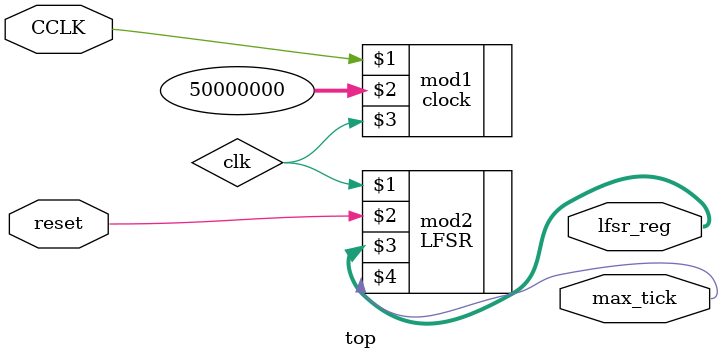
<source format=v>
`timescale 1ns / 1ps


module top(input CCLK, reset,
output max_tick, 
output [14:0] lfsr_reg);

parameter N = 32'd50000000;
wire clk;

clock mod1 (CCLK, N, clk);
LFSR mod2 (clk, reset, lfsr_reg, max_tick);

endmodule

</source>
